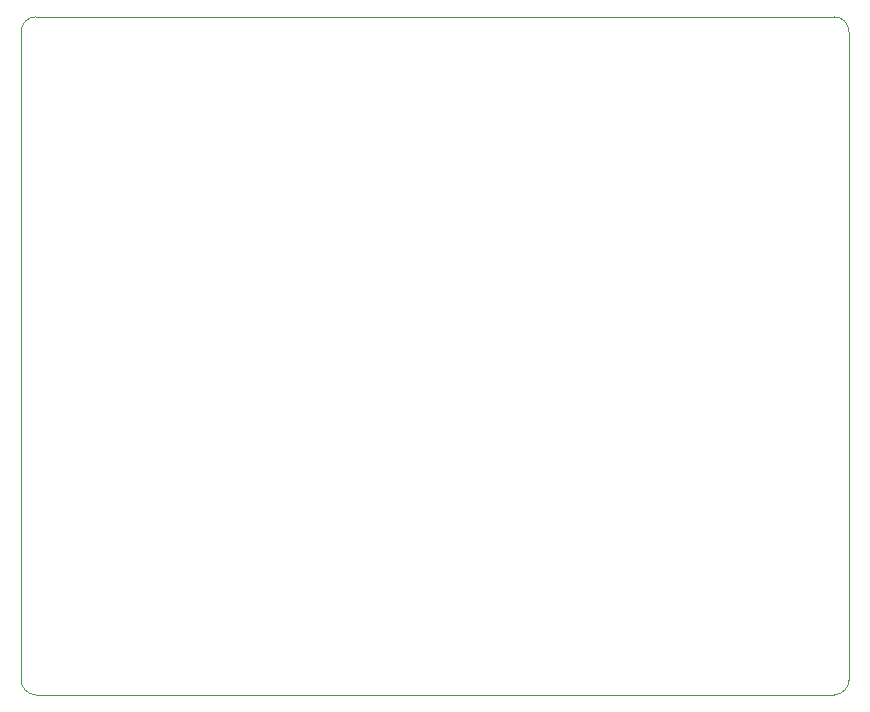
<source format=gm1>
%TF.GenerationSoftware,KiCad,Pcbnew,9.0.3*%
%TF.CreationDate,2026-01-03T18:42:08+00:00*%
%TF.ProjectId,bcm-power-supply,62636d2d-706f-4776-9572-2d737570706c,rev02*%
%TF.SameCoordinates,Original*%
%TF.FileFunction,Profile,NP*%
%FSLAX46Y46*%
G04 Gerber Fmt 4.6, Leading zero omitted, Abs format (unit mm)*
G04 Created by KiCad (PCBNEW 9.0.3) date 2026-01-03 18:42:08*
%MOMM*%
%LPD*%
G01*
G04 APERTURE LIST*
%TA.AperFunction,Profile*%
%ADD10C,0.050000*%
%TD*%
G04 APERTURE END LIST*
D10*
X60198001Y-61468001D02*
G75*
G02*
X61468001Y-60198001I1269999J1D01*
G01*
X60198000Y-116332000D02*
X60198002Y-61468001D01*
X61468000Y-117602000D02*
G75*
G02*
X60198000Y-116332000I0J1270000D01*
G01*
X129032000Y-117602000D02*
X61468001Y-117602000D01*
X129032000Y-60198000D02*
G75*
G02*
X130302000Y-61468000I0J-1270000D01*
G01*
X61468001Y-60198002D02*
X129032000Y-60198000D01*
X130302000Y-116332000D02*
G75*
G02*
X129032000Y-117602000I-1270000J0D01*
G01*
X130302000Y-61468000D02*
X130302000Y-116332000D01*
M02*

</source>
